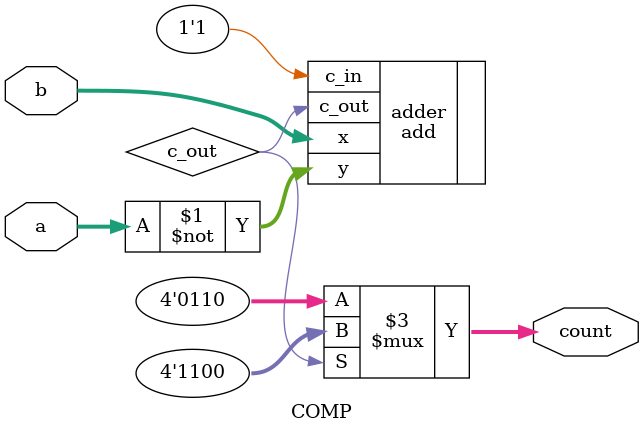
<source format=v>
module ABC (
    clock, reset_,
    rfdA, rfdB,
    davA_, davB_,
    dataA, dataB,
    out
);
    input clock, reset_;

    input davA_, davB_;
    input [7:0] dataA, dataB;

    output rfdA, rfdB;
    reg RFD; assign rfdA = RFD; assign rfdB = RFD;

    output out;
    reg OUT; assign out = OUT;

    wire[3:0] comp_out;
    COMP comp (.a(dataA), .b(dataB), .count(comp_out));

    reg[3:0] WAIT;

    reg[1:0] STAR;
    localparam S0 = 0, S1 = 1, S2 = 2;

    always @(reset_ == 0) #1 
    begin
        RFD <= 0;
        WAIT <= 0;
        OUT <= 0;
        STAR <= S0;
    end

    always @(posedge clock) if (reset_ == 1) #3
    casex (STAR)
    S0: begin
        RFD <= 1;
        //OUT <= 0;
        WAIT <= comp_out;
        STAR <= ({davA_, davB_} == 2'b00) ? S1 : S0;
    end
    S1: begin
        RFD <= 0;
        OUT <= 1;
        WAIT <= WAIT - 1;
        STAR <= (WAIT == 1) ? S2 : S1;
    end
    S2: begin
        OUT <= 0;
        STAR <= ({davA_, davB_} == 2'b11) ? S0 : S2;
    end

    endcase


endmodule

module COMP (
    a, b, count
);
    input [7:0] a, b;
    output [3:0] count;
    wire c_out;
    add #(.N(8)) adder (
        .x(b), .y(~a), .c_in(1'b1), 
        .c_out(c_out)
    );

    assign count = (c_out == 0) ? 4'b0110 : 4'b1100;

endmodule
</source>
